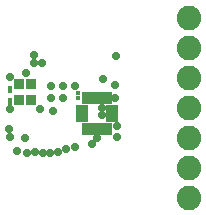
<source format=gbr>
G04 EAGLE Gerber X2 export*
%TF.Part,Single*%
%TF.FileFunction,Soldermask,Bot,1*%
%TF.FilePolarity,Negative*%
%TF.GenerationSoftware,Autodesk,EAGLE,8.6.3*%
%TF.CreationDate,2018-04-05T08:16:35Z*%
G75*
%MOMM*%
%FSLAX34Y34*%
%LPD*%
%AMOC8*
5,1,8,0,0,1.08239X$1,22.5*%
G01*
%ADD10R,0.453200X0.453200*%
%ADD11C,2.082800*%
%ADD12R,0.503200X1.128200*%
%ADD13R,1.003200X0.503200*%
%ADD14R,0.903200X0.953200*%
%ADD15R,0.353200X0.328200*%
%ADD16C,0.711200*%


D10*
X62375Y54163D03*
X62375Y49591D03*
D11*
X156400Y117800D03*
X156400Y92400D03*
X156400Y67000D03*
X156400Y41600D03*
X156400Y16200D03*
X156400Y-9200D03*
X156400Y-34600D03*
D12*
X68586Y49438D03*
X73586Y49438D03*
X78586Y49438D03*
X83586Y49438D03*
X88586Y49438D03*
D13*
X91336Y41563D03*
X91336Y36563D03*
X91336Y31563D03*
D12*
X88586Y23688D03*
X83586Y23688D03*
X78586Y23688D03*
X73586Y23688D03*
X68586Y23688D03*
D13*
X65836Y31563D03*
X65836Y36563D03*
X65836Y41563D03*
D14*
X22357Y48141D03*
X22357Y61641D03*
X12357Y61641D03*
X12357Y48141D03*
D15*
X5042Y45768D03*
X5042Y48131D03*
X4597Y57991D03*
X4597Y55629D03*
D16*
X83915Y65411D03*
X32227Y79300D03*
X25437Y79056D03*
X83007Y41083D03*
X93642Y50070D03*
X95497Y25829D03*
X60306Y8424D03*
X83154Y34987D03*
X4864Y67579D03*
X5024Y40546D03*
X4231Y23755D03*
X19208Y3565D03*
X60000Y60000D03*
X25264Y86123D03*
X26141Y3670D03*
X4956Y16745D03*
X39040Y3536D03*
X95157Y16494D03*
X50000Y60000D03*
X40000Y60000D03*
X40000Y50000D03*
X50000Y50000D03*
X30000Y40000D03*
X41481Y38519D03*
X95000Y85000D03*
X74525Y10758D03*
X17279Y16238D03*
X18450Y71126D03*
X32944Y3463D03*
X10582Y4756D03*
X45789Y3781D03*
X94174Y61077D03*
X78847Y15507D03*
X52410Y6669D03*
M02*

</source>
